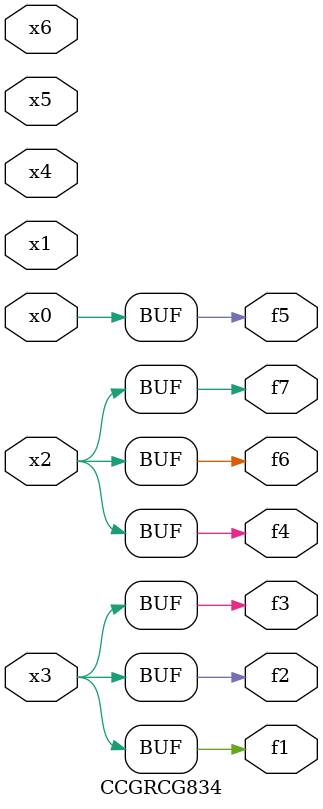
<source format=v>
module CCGRCG834(
	input x0, x1, x2, x3, x4, x5, x6,
	output f1, f2, f3, f4, f5, f6, f7
);
	assign f1 = x3;
	assign f2 = x3;
	assign f3 = x3;
	assign f4 = x2;
	assign f5 = x0;
	assign f6 = x2;
	assign f7 = x2;
endmodule

</source>
